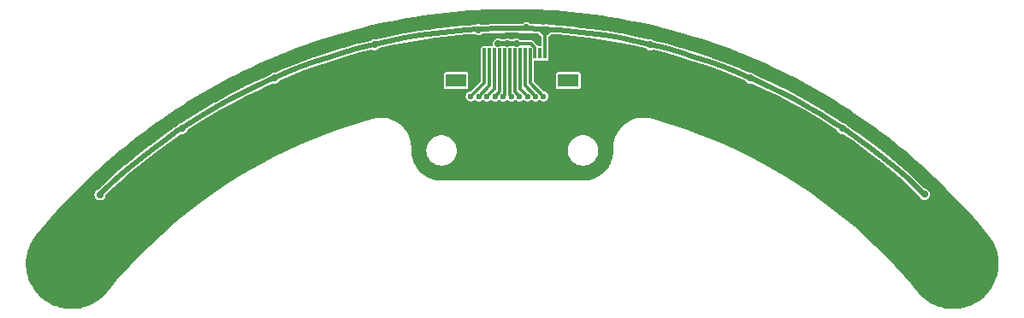
<source format=gbr>
%TF.GenerationSoftware,KiCad,Pcbnew,7.0.6*%
%TF.CreationDate,2023-07-09T17:07:21+09:00*%
%TF.ProjectId,robotrace_v2_Linesensor,726f626f-7472-4616-9365-5f76325f4c69,rev?*%
%TF.SameCoordinates,Original*%
%TF.FileFunction,Copper,L1,Top*%
%TF.FilePolarity,Positive*%
%FSLAX46Y46*%
G04 Gerber Fmt 4.6, Leading zero omitted, Abs format (unit mm)*
G04 Created by KiCad (PCBNEW 7.0.6) date 2023-07-09 17:07:21*
%MOMM*%
%LPD*%
G01*
G04 APERTURE LIST*
%TA.AperFunction,SMDPad,CuDef*%
%ADD10R,0.300000X1.000000*%
%TD*%
%TA.AperFunction,SMDPad,CuDef*%
%ADD11R,2.000000X1.300000*%
%TD*%
%TA.AperFunction,ViaPad*%
%ADD12C,0.700000*%
%TD*%
%TA.AperFunction,ViaPad*%
%ADD13C,0.600000*%
%TD*%
%TA.AperFunction,Conductor*%
%ADD14C,0.300000*%
%TD*%
%TA.AperFunction,Conductor*%
%ADD15C,0.500000*%
%TD*%
G04 APERTURE END LIST*
D10*
%TO.P,J1,1,Pin_1*%
%TO.N,GND1*%
X-3250000Y56450000D03*
%TO.P,J1,2,Pin_2*%
%TO.N,Net-(J1-Pin_2)*%
X-2750000Y56450000D03*
%TO.P,J1,3,Pin_3*%
%TO.N,Net-(J1-Pin_3)*%
X-2250000Y56450000D03*
%TO.P,J1,4,Pin_4*%
%TO.N,Net-(J1-Pin_4)*%
X-1750000Y56450000D03*
%TO.P,J1,5,Pin_5*%
%TO.N,Net-(J1-Pin_5)*%
X-1250000Y56450000D03*
%TO.P,J1,6,Pin_6*%
%TO.N,Net-(J1-Pin_6)*%
X-750000Y56450000D03*
%TO.P,J1,7,Pin_7*%
%TO.N,Net-(J1-Pin_7)*%
X-250000Y56450000D03*
%TO.P,J1,8,Pin_8*%
%TO.N,Net-(J1-Pin_8)*%
X250000Y56450000D03*
%TO.P,J1,9,Pin_9*%
%TO.N,Net-(J1-Pin_9)*%
X750000Y56450000D03*
%TO.P,J1,10,Pin_10*%
%TO.N,Net-(J1-Pin_10)*%
X1250000Y56450000D03*
%TO.P,J1,11,Pin_11*%
%TO.N,Net-(J1-Pin_11)*%
X1750000Y56450000D03*
%TO.P,J1,12,Pin_12*%
%TO.N,Net-(D1-K)*%
X2250000Y56450000D03*
%TO.P,J1,13,Pin_13*%
%TO.N,unconnected-(J1-Pin_13-Pad13)*%
X2750000Y56450000D03*
%TO.P,J1,14,Pin_14*%
%TO.N,+3V3*%
X3250000Y56450000D03*
D11*
%TO.P,J1,MP*%
%TO.N,N/C*%
X-5550000Y53750000D03*
X5550000Y53750000D03*
%TD*%
D12*
%TO.N,+3V3*%
X-40800000Y42450000D03*
X-32700000Y49000000D03*
X-23550000Y54000000D03*
X-13650000Y57300000D03*
X-3350000Y58800000D03*
X40800000Y42500000D03*
X32700000Y49000000D03*
X23550000Y54000000D03*
X13650000Y57300000D03*
X3350000Y58800000D03*
X1400000Y59000000D03*
%TO.N,GND1*%
X1500000Y48900000D03*
X-1500000Y48900000D03*
X-500000Y49900000D03*
X1500000Y49900000D03*
X-1500000Y49900000D03*
X500000Y48900000D03*
X-500000Y48900000D03*
X500000Y49900000D03*
%TO.N,Net-(D1-K)*%
X400000Y57400000D03*
X-500000Y57400000D03*
X-1400000Y57400000D03*
D13*
%TO.N,Net-(J1-Pin_2)*%
X-4100000Y52200000D03*
%TO.N,Net-(J1-Pin_3)*%
X-3300000Y52200000D03*
%TO.N,Net-(J1-Pin_4)*%
X-2500000Y52200000D03*
%TO.N,Net-(J1-Pin_5)*%
X-1700000Y52200000D03*
%TO.N,Net-(J1-Pin_6)*%
X-900000Y52200000D03*
%TO.N,Net-(J1-Pin_7)*%
X-100000Y52200000D03*
%TO.N,Net-(J1-Pin_8)*%
X700000Y52200000D03*
%TO.N,Net-(J1-Pin_9)*%
X1500000Y52200000D03*
%TO.N,Net-(J1-Pin_10)*%
X2300000Y52200000D03*
%TO.N,Net-(J1-Pin_11)*%
X3100000Y52200000D03*
%TD*%
D14*
%TO.N,+3V3*%
X3250000Y58269891D02*
X3800000Y58819891D01*
X3250000Y58235925D02*
X3250000Y58269891D01*
D15*
X3800000Y58819891D02*
X4586813Y58768748D01*
X3396142Y58846142D02*
X3800000Y58819891D01*
D14*
X3250000Y58235925D02*
X2600000Y58885925D01*
D15*
X1530321Y58927605D02*
X2600000Y58885925D01*
D14*
X3250000Y58200000D02*
X3250000Y58700000D01*
X3250000Y58200000D02*
X3250000Y58235925D01*
X3250000Y56450000D02*
X3250000Y58200000D01*
D15*
X2600000Y58885925D02*
X3059613Y58868016D01*
D14*
X3250000Y58700000D02*
X3350000Y58800000D01*
D15*
X3297443Y58852557D02*
X3350000Y58800000D01*
X0Y58947473D02*
X1530321Y58927605D01*
X-1530321Y58927605D02*
X0Y58947473D01*
X-3059613Y58868016D02*
X-1530321Y58927605D01*
X-3297443Y58852557D02*
X-3059613Y58868016D01*
X-3350000Y58800000D02*
X-3297443Y58852557D01*
X3059613Y58868016D02*
X3297443Y58852557D01*
X-23487607Y54062393D02*
X-23550000Y54000000D01*
X-22381375Y54533280D02*
X-23487607Y54062393D01*
X-20958095Y55095941D02*
X-22381375Y54533280D01*
X-18070167Y56109479D02*
X-19520686Y55621465D01*
X-16607418Y56559686D02*
X-18070167Y56109479D01*
X-15133470Y56971770D02*
X-16607418Y56559686D01*
X-19520686Y55621465D02*
X-20958095Y55095941D01*
X-13650000Y57300000D02*
X-13686172Y57336172D01*
X-13686172Y57336172D02*
X-15133470Y56971770D01*
X-32580128Y49119872D02*
X-32700000Y49000000D01*
X-31869393Y49589781D02*
X-32580128Y49119872D01*
X-30571292Y50400404D02*
X-31869393Y49589781D01*
X-26556859Y52626398D02*
X-27914088Y51919247D01*
X-25181666Y53298107D02*
X-26556859Y52626398D01*
X-23789528Y53933875D02*
X-25181666Y53298107D01*
X-29252555Y51177070D02*
X-30571292Y50400404D01*
X-23575135Y54025135D02*
X-23789528Y53933875D01*
X-23550000Y54000000D02*
X-23575135Y54025135D01*
X-27914088Y51919247D02*
X-29252555Y51177070D01*
X-40800000Y42539226D02*
X-40800000Y42450000D01*
X-40307669Y43012747D02*
X-40800000Y42539226D01*
X-39177461Y44044649D02*
X-40307669Y43012747D01*
X-36838578Y46018733D02*
X-38020799Y45046903D01*
X-32761434Y49000000D02*
X-33146073Y48745692D01*
X-33146073Y48745692D02*
X-34400323Y47868804D01*
X-34400323Y47868804D02*
X-35631468Y46959589D01*
X-32700000Y49000000D02*
X-32761434Y49000000D01*
X-35631468Y46959589D02*
X-36838578Y46018733D01*
X-38020799Y45046903D02*
X-39177461Y44044649D01*
X23487607Y54062393D02*
X23550000Y54000000D01*
X19520686Y55621465D02*
X20958095Y55095941D01*
X18070167Y56109479D02*
X19520686Y55621465D01*
X16607418Y56559686D02*
X18070167Y56109479D01*
X15133470Y56971770D02*
X16607418Y56559686D01*
X20958095Y55095941D02*
X22381375Y54533280D01*
X13686172Y57336172D02*
X15133470Y56971770D01*
X13650000Y57300000D02*
X13686172Y57336172D01*
X22381375Y54533280D02*
X23487607Y54062393D01*
X32580128Y49119872D02*
X32700000Y49000000D01*
X31869393Y49589781D02*
X32580128Y49119872D01*
X30571292Y50400404D02*
X31869393Y49589781D01*
X27914088Y51919247D02*
X29252555Y51177070D01*
X29252555Y51177070D02*
X30571292Y50400404D01*
X25181666Y53298107D02*
X26556859Y52626398D01*
X23789528Y53933875D02*
X25181666Y53298107D01*
X23616125Y53933875D02*
X23789528Y53933875D01*
X26556859Y52626398D02*
X27914088Y51919247D01*
X23550000Y54000000D02*
X23616125Y53933875D01*
X40722110Y42500000D02*
X40800000Y42500000D01*
X39177461Y44044649D02*
X40722110Y42500000D01*
X36838578Y46018733D02*
X38020799Y45046903D01*
X34400323Y47868804D02*
X35631468Y46959589D01*
X38020799Y45046903D02*
X39177461Y44044649D01*
X32761434Y49000000D02*
X33146073Y48745692D01*
X33146073Y48745692D02*
X34400323Y47868804D01*
X32700000Y49000000D02*
X32761434Y49000000D01*
X35631468Y46959589D02*
X36838578Y46018733D01*
X13591602Y57358398D02*
X13650000Y57300000D01*
X4586813Y58768748D02*
X6110936Y58629865D01*
X6110936Y58629865D02*
X7630999Y58451453D01*
X10654507Y57976599D02*
X12156077Y57680451D01*
X12156077Y57680451D02*
X13591602Y57358398D01*
X3350000Y58800000D02*
X3396142Y58846142D01*
X7630999Y58451453D02*
X9145816Y58233656D01*
X9145816Y58233656D02*
X10654507Y57976599D01*
X-13591602Y57358398D02*
X-13650000Y57300000D01*
X-10654507Y57976599D02*
X-12156077Y57680451D01*
X-7630999Y58451453D02*
X-9145816Y58233656D01*
X-6110936Y58629865D02*
X-7630999Y58451453D01*
X-4586813Y58768748D02*
X-6110936Y58629865D01*
X-3396142Y58846142D02*
X-4586813Y58768748D01*
X-9145816Y58233656D02*
X-10654507Y57976599D01*
X-3350000Y58800000D02*
X-3396142Y58846142D01*
X-12156077Y57680451D02*
X-13591602Y57358398D01*
D14*
%TO.N,GND1*%
X-3250000Y56450000D02*
X-5750000Y56450000D01*
X-7400000Y52800000D02*
X-4500000Y49900000D01*
D15*
X-1500000Y49900000D02*
X1500000Y49900000D01*
X1500000Y48900000D02*
X1500000Y49900000D01*
D14*
X-4500000Y49900000D02*
X-1500000Y49900000D01*
X-7400000Y54800000D02*
X-7400000Y52800000D01*
D15*
X-1500000Y48900000D02*
X1500000Y48900000D01*
D14*
X-5750000Y56450000D02*
X-7400000Y54800000D01*
%TO.N,Net-(D1-K)*%
X1875000Y57400000D02*
X400000Y57400000D01*
D15*
X-1400000Y57400000D02*
X400000Y57400000D01*
D14*
X2250000Y57025000D02*
X1875000Y57400000D01*
X2250000Y56450000D02*
X2250000Y57025000D01*
%TO.N,Net-(J1-Pin_2)*%
X-4100000Y52200000D02*
X-2750000Y53550000D01*
X-2750000Y53550000D02*
X-2750000Y56450000D01*
%TO.N,Net-(J1-Pin_3)*%
X-2250000Y53250000D02*
X-2250000Y56450000D01*
X-3300000Y52200000D02*
X-2250000Y53250000D01*
%TO.N,Net-(J1-Pin_4)*%
X-2500000Y52200000D02*
X-1750000Y52950000D01*
X-1750000Y52950000D02*
X-1750000Y56450000D01*
%TO.N,Net-(J1-Pin_5)*%
X-1700000Y52200000D02*
X-1250000Y52650000D01*
X-1250000Y52650000D02*
X-1250000Y56450000D01*
%TO.N,Net-(J1-Pin_6)*%
X-900000Y52200000D02*
X-750000Y52350000D01*
X-750000Y52350000D02*
X-750000Y56450000D01*
%TO.N,Net-(J1-Pin_7)*%
X-100000Y52200000D02*
X-250000Y52350000D01*
X-250000Y52350000D02*
X-250000Y56450000D01*
%TO.N,Net-(J1-Pin_8)*%
X700000Y52200000D02*
X250000Y52650000D01*
X250000Y52650000D02*
X250000Y56450000D01*
%TO.N,Net-(J1-Pin_9)*%
X1500000Y52200000D02*
X750000Y52950000D01*
X750000Y52950000D02*
X750000Y56450000D01*
%TO.N,Net-(J1-Pin_10)*%
X1250000Y53250000D02*
X1250000Y56450000D01*
X2300000Y52200000D02*
X1250000Y53250000D01*
%TO.N,Net-(J1-Pin_11)*%
X3100000Y52200000D02*
X1750000Y53550000D01*
X1750000Y53550000D02*
X1750000Y56450000D01*
%TD*%
%TA.AperFunction,Conductor*%
%TO.N,GND1*%
G36*
X1193583Y60829630D02*
G01*
X1906856Y60811310D01*
X2743281Y60779535D01*
X3455644Y60742916D01*
X4291191Y60689969D01*
X5002125Y60635090D01*
X5836369Y60560985D01*
X6545291Y60487907D01*
X7377791Y60392665D01*
X8084156Y60301466D01*
X8914429Y60185120D01*
X9617710Y60075892D01*
X10445342Y59938474D01*
X11144922Y59811345D01*
X11969454Y59652900D01*
X12664808Y59508002D01*
X13485886Y59328559D01*
X14176358Y59166073D01*
X14993529Y58965685D01*
X15678623Y58785780D01*
X16491487Y58564495D01*
X17170596Y58367388D01*
X17978725Y58125261D01*
X18651289Y57911184D01*
X19454329Y57648255D01*
X20119695Y57417491D01*
X20917348Y57133779D01*
X21574791Y56886675D01*
X22366779Y56582184D01*
X23015793Y56319037D01*
X23801692Y55993823D01*
X24441623Y55715018D01*
X25221137Y55369086D01*
X25851400Y55075014D01*
X26624224Y54708364D01*
X27244018Y54399555D01*
X28010073Y54012067D01*
X28618567Y53689126D01*
X29377718Y53280678D01*
X29974243Y52944180D01*
X30726257Y52514682D01*
X31310004Y52165336D01*
X32054889Y51714531D01*
X32624786Y51353282D01*
X33362688Y50880781D01*
X33917755Y50508616D01*
X34648816Y50013966D01*
X35187824Y49632148D01*
X35912455Y49114636D01*
X36433857Y48724804D01*
X37152766Y48183387D01*
X37654680Y47787634D01*
X38368960Y47220811D01*
X38848993Y46821900D01*
X39560206Y46227562D01*
X40015056Y45829398D01*
X40725774Y45204253D01*
X41150364Y44812871D01*
X41864897Y44151551D01*
X42251081Y43776778D01*
X42976818Y43070156D01*
X43310073Y42729702D01*
X44060818Y41960767D01*
X44309357Y41693461D01*
X45116217Y40824077D01*
X45185024Y40746154D01*
X46136538Y39667390D01*
X47124592Y38488335D01*
X47126853Y38485469D01*
X47338585Y38200271D01*
X47372282Y38154747D01*
X47375429Y38150065D01*
X47511654Y37925986D01*
X47591102Y37794053D01*
X47593714Y37789248D01*
X47700177Y37570991D01*
X47775173Y37414469D01*
X47777255Y37409601D01*
X47860218Y37190145D01*
X47922879Y37019345D01*
X47924443Y37014468D01*
X47985626Y36792557D01*
X48032920Y36612182D01*
X48033983Y36607350D01*
X48073950Y36383435D01*
X48104353Y36196495D01*
X48104938Y36191757D01*
X48123912Y35967021D01*
X48136544Y35775987D01*
X48136677Y35771388D01*
X48134845Y35547194D01*
X48129219Y35354350D01*
X48128932Y35349939D01*
X48120934Y35270684D01*
X48106515Y35127793D01*
X48082449Y34935294D01*
X48081777Y34931094D01*
X48039098Y34712666D01*
X47996647Y34522443D01*
X47995627Y34518492D01*
X47933130Y34305466D01*
X47872581Y34119503D01*
X47871255Y34115829D01*
X47789501Y33909806D01*
X47711348Y33729975D01*
X47709758Y33726599D01*
X47609472Y33529253D01*
X47514354Y33357261D01*
X47512543Y33354198D01*
X47394583Y33167116D01*
X47283368Y33004680D01*
X47281380Y33001940D01*
X47146712Y32826607D01*
X47119800Y32794366D01*
X47020414Y32675303D01*
X47018292Y32672891D01*
X46868037Y32510748D01*
X46727758Y32371967D01*
X46725566Y32369903D01*
X46562042Y32223259D01*
X46559890Y32221417D01*
X46408082Y32097437D01*
X46405833Y32095685D01*
X46229446Y31964732D01*
X46227000Y31963008D01*
X46194218Y31941076D01*
X46063012Y31853297D01*
X45874143Y31738476D01*
X45871369Y31736886D01*
X45697842Y31643338D01*
X45499123Y31546405D01*
X45496106Y31545033D01*
X45319185Y31470392D01*
X45314686Y31468494D01*
X45107759Y31390266D01*
X45104485Y31389135D01*
X44916920Y31330283D01*
X44703513Y31271443D01*
X44699934Y31270571D01*
X44597526Y31248868D01*
X44508055Y31229907D01*
X44289854Y31190959D01*
X44286006Y31190396D01*
X44104100Y31169635D01*
X44091722Y31168223D01*
X43870416Y31149536D01*
X43866416Y31149331D01*
X43671557Y31145738D01*
X43448973Y31147554D01*
X43444758Y31147734D01*
X43251321Y31162611D01*
X43029158Y31185028D01*
X43024803Y31185624D01*
X42834714Y31218638D01*
X42614635Y31261639D01*
X42610198Y31262678D01*
X42425557Y31313214D01*
X42209063Y31376726D01*
X42204604Y31378223D01*
X42027492Y31445366D01*
X41816012Y31529284D01*
X41811593Y31531246D01*
X41644291Y31613628D01*
X41439022Y31717938D01*
X41434579Y31720431D01*
X41279836Y31815892D01*
X41081253Y31941103D01*
X41076938Y31944089D01*
X40938571Y32048831D01*
X40913888Y32067789D01*
X40745925Y32196793D01*
X40741792Y32200267D01*
X40628501Y32304368D01*
X40436000Y32482754D01*
X40432069Y32486743D01*
X40394169Y32528886D01*
X40156828Y32793542D01*
X40154964Y32795720D01*
X39716226Y33332960D01*
X39192799Y33939913D01*
X39174108Y33962155D01*
X39172712Y33963206D01*
X38808493Y34385545D01*
X37872873Y35413421D01*
X36910037Y36415849D01*
X35920678Y37392109D01*
X34905507Y38341499D01*
X33865253Y39263337D01*
X32800663Y40156960D01*
X31712503Y41021727D01*
X30601555Y41857016D01*
X29468617Y42662227D01*
X28314502Y43436781D01*
X27140041Y44180122D01*
X25946077Y44891715D01*
X24733469Y45571049D01*
X23503087Y46217636D01*
X23435741Y46250755D01*
X22255816Y46831012D01*
X20992553Y47410735D01*
X19714204Y47956388D01*
X18421688Y48467581D01*
X17115935Y48943945D01*
X15797883Y49385139D01*
X15264463Y49547926D01*
X15263347Y49548661D01*
X15235136Y49556877D01*
X14468478Y49790844D01*
X13867756Y49956691D01*
X13867721Y49956713D01*
X13832167Y49966523D01*
X13798574Y49975799D01*
X13798575Y49975800D01*
X13641884Y50019072D01*
X13451565Y50050012D01*
X13448522Y50050587D01*
X13372056Y50067037D01*
X13353116Y50066017D01*
X13320983Y50071241D01*
X13320972Y50071241D01*
X13320968Y50071242D01*
X13100196Y50082934D01*
X13032053Y50089557D01*
X13018237Y50087274D01*
X12999663Y50088258D01*
X12996326Y50088435D01*
X12996325Y50088434D01*
X12996324Y50088435D01*
X12762084Y50075459D01*
X12742815Y50074392D01*
X12691485Y50073461D01*
X12682998Y50071079D01*
X12671725Y50070454D01*
X12671722Y50070453D01*
X12671708Y50070453D01*
X12378994Y50022137D01*
X12354765Y50018892D01*
X12354125Y50018634D01*
X12354215Y50018232D01*
X12351804Y50017698D01*
X12351598Y50017615D01*
X12350935Y50017506D01*
X12037759Y49930214D01*
X11735848Y49809598D01*
X11448734Y49657070D01*
X11179780Y49474416D01*
X10932133Y49263775D01*
X10881988Y49210774D01*
X10708699Y49027618D01*
X10708695Y49027613D01*
X10708693Y49027611D01*
X10657823Y48960621D01*
X10512078Y48768695D01*
X10344579Y48490040D01*
X10344295Y48489425D01*
X10344188Y48489303D01*
X10343009Y48487076D01*
X10342492Y48487349D01*
X10332649Y48464231D01*
X10208176Y48194942D01*
X10208172Y48194933D01*
X10208171Y48194930D01*
X10205781Y48187830D01*
X10204555Y48184189D01*
X10200524Y48178426D01*
X10185422Y48127357D01*
X10104441Y47886806D01*
X10099726Y47865364D01*
X10094359Y47855589D01*
X10082092Y47785187D01*
X10034610Y47569285D01*
X10034608Y47569273D01*
X10031091Y47536902D01*
X10025301Y47522969D01*
X10020571Y47440816D01*
X10020310Y47437683D01*
X9999492Y47246085D01*
X9999491Y47246065D01*
X9999500Y47083514D01*
X9999500Y46846861D01*
X9999415Y46843617D01*
X9994445Y46748780D01*
X9992515Y46711960D01*
X9982195Y46528215D01*
X9981529Y46521988D01*
X9957401Y46369654D01*
X9929775Y46207067D01*
X9928538Y46201404D01*
X9887588Y46048572D01*
X9842912Y45893502D01*
X9841217Y45888445D01*
X9783878Y45739072D01*
X9722646Y45591244D01*
X9720607Y45586821D01*
X9647491Y45443323D01*
X9570358Y45303760D01*
X9568098Y45299994D01*
X9540438Y45257401D01*
X9480026Y45164377D01*
X9387859Y45034479D01*
X9385476Y45031338D01*
X9284377Y44906492D01*
X9282424Y44904196D01*
X9177275Y44786533D01*
X9174885Y44784006D01*
X9061237Y44670356D01*
X9058709Y44667966D01*
X8941036Y44562808D01*
X8938746Y44560859D01*
X8813874Y44459740D01*
X8810767Y44457384D01*
X8680876Y44365221D01*
X8545215Y44277122D01*
X8541488Y44274886D01*
X8401923Y44197751D01*
X8258411Y44124628D01*
X8254011Y44122599D01*
X8106196Y44061372D01*
X7956772Y44004014D01*
X7951723Y44002322D01*
X7863624Y43976940D01*
X7796693Y43957658D01*
X7643811Y43916693D01*
X7638194Y43915466D01*
X7475635Y43887846D01*
X7323212Y43863705D01*
X7317025Y43863043D01*
X7133748Y43852749D01*
X7013130Y43846428D01*
X7001583Y43845823D01*
X6998337Y43845738D01*
X-6998378Y43845738D01*
X-7001619Y43845822D01*
X-7133628Y43852741D01*
X-7317027Y43863041D01*
X-7323212Y43863703D01*
X-7475647Y43887846D01*
X-7638194Y43915464D01*
X-7643816Y43916692D01*
X-7796706Y43957659D01*
X-7951718Y44002318D01*
X-7956757Y44004006D01*
X-8106198Y44061372D01*
X-8254007Y44122597D01*
X-8258418Y44124631D01*
X-8401911Y44197744D01*
X-8490931Y44246943D01*
X-8541480Y44274880D01*
X-8545236Y44277134D01*
X-8680861Y44365210D01*
X-8810765Y44457382D01*
X-8813905Y44459764D01*
X-8830385Y44473109D01*
X-8938760Y44560869D01*
X-8941024Y44562796D01*
X-9058721Y44667976D01*
X-9061248Y44670366D01*
X-9174870Y44783988D01*
X-9177260Y44786515D01*
X-9282440Y44904212D01*
X-9284380Y44906492D01*
X-9385478Y45031338D01*
X-9387854Y45034471D01*
X-9480027Y45164376D01*
X-9568090Y45299980D01*
X-9570357Y45303758D01*
X-9647493Y45443326D01*
X-9720605Y45586818D01*
X-9722644Y45591240D01*
X-9783870Y45739051D01*
X-9841223Y45888460D01*
X-9842918Y45893517D01*
X-9887579Y46048534D01*
X-9928541Y46201409D01*
X-9929778Y46207073D01*
X-9957394Y46369607D01*
X-9981530Y46521996D01*
X-9982196Y46528223D01*
X-9992509Y46711855D01*
X-9999415Y46843615D01*
X-9999457Y46845232D01*
X-8505643Y46845232D01*
X-8503709Y46821900D01*
X-8497968Y46752611D01*
X-8497650Y46748780D01*
X-8497438Y46743657D01*
X-8497438Y46730782D01*
X-8498724Y46726401D01*
X-8498059Y46718377D01*
X-8495855Y46711670D01*
X-8493734Y46698961D01*
X-8493102Y46693901D01*
X-8485108Y46597417D01*
X-8461344Y46503577D01*
X-8460296Y46498579D01*
X-8458175Y46485866D01*
X-8458721Y46481340D01*
X-8456743Y46473525D01*
X-8453466Y46467275D01*
X-8453465Y46467271D01*
X-8449286Y46455098D01*
X-8447830Y46450214D01*
X-8427430Y46369654D01*
X-8424062Y46356354D01*
X-8385184Y46267723D01*
X-8383326Y46262963D01*
X-8379603Y46252117D01*
X-8379133Y46250747D01*
X-8378927Y46246191D01*
X-8375699Y46238830D01*
X-8371435Y46233200D01*
X-8365298Y46221859D01*
X-8363052Y46217267D01*
X-8358578Y46207067D01*
X-8324173Y46128630D01*
X-8271231Y46047596D01*
X-8268618Y46043211D01*
X-8262477Y46031864D01*
X-8261524Y46027405D01*
X-8257122Y46020666D01*
X-8251994Y46015819D01*
X-8244081Y46005653D01*
X-8241102Y46001481D01*
X-8188163Y45920452D01*
X-8122606Y45849237D01*
X-8119291Y45845323D01*
X-8111384Y45835164D01*
X-8109711Y45830923D01*
X-8104253Y45824995D01*
X-8098398Y45821058D01*
X-8088918Y45812330D01*
X-8085294Y45808706D01*
X-8019744Y45737500D01*
X-8019741Y45737498D01*
X-7943378Y45678061D01*
X-7939462Y45674745D01*
X-7929970Y45666005D01*
X-7927624Y45662101D01*
X-7921278Y45657161D01*
X-7914842Y45654236D01*
X-7904063Y45647193D01*
X-7899897Y45644219D01*
X-7875502Y45625232D01*
X-7823505Y45584761D01*
X-7823503Y45584760D01*
X-7774906Y45558461D01*
X-7738388Y45538699D01*
X-7733985Y45536075D01*
X-7723190Y45529022D01*
X-7720227Y45525551D01*
X-7713156Y45521724D01*
X-7706332Y45519899D01*
X-7694528Y45514721D01*
X-7689925Y45512471D01*
X-7604816Y45466413D01*
X-7604810Y45466410D01*
X-7604804Y45466408D01*
X-7604802Y45466407D01*
X-7513258Y45434980D01*
X-7508480Y45433115D01*
X-7496690Y45427943D01*
X-7493199Y45425009D01*
X-7485599Y45422400D01*
X-7478587Y45421726D01*
X-7475140Y45420853D01*
X-7466071Y45418556D01*
X-7461165Y45417095D01*
X-7369614Y45385667D01*
X-7274141Y45369734D01*
X-7269128Y45368683D01*
X-7256648Y45365524D01*
X-7252715Y45363200D01*
X-7244768Y45361874D01*
X-7237719Y45362365D01*
X-7224888Y45361301D01*
X-7219804Y45360668D01*
X-7124336Y45344738D01*
X-7027541Y45344738D01*
X-7022428Y45344526D01*
X-7011122Y45343589D01*
X-7009583Y45343462D01*
X-7005328Y45341820D01*
X-6997281Y45341820D01*
X-6990417Y45343462D01*
X-6988877Y45343589D01*
X-6977571Y45344526D01*
X-6972459Y45344738D01*
X-6875665Y45344738D01*
X-6780194Y45360668D01*
X-6775109Y45361302D01*
X-6762277Y45362365D01*
X-6757806Y45361445D01*
X-6749862Y45362770D01*
X-6743355Y45365523D01*
X-6730872Y45368683D01*
X-6725857Y45369735D01*
X-6630383Y45385667D01*
X-6538835Y45417094D01*
X-6533929Y45418555D01*
X-6521450Y45421716D01*
X-6516890Y45421545D01*
X-6509261Y45424163D01*
X-6503304Y45427945D01*
X-6491515Y45433117D01*
X-6486740Y45434980D01*
X-6395194Y45466408D01*
X-6395183Y45466413D01*
X-6310084Y45512466D01*
X-6305479Y45514717D01*
X-6293662Y45519901D01*
X-6289135Y45520482D01*
X-6282061Y45524310D01*
X-6276804Y45529024D01*
X-6266009Y45536077D01*
X-6261607Y45538699D01*
X-6176493Y45584762D01*
X-6176489Y45584765D01*
X-6100106Y45644215D01*
X-6095936Y45647193D01*
X-6085789Y45653823D01*
X-6085118Y45654261D01*
X-6080759Y45655574D01*
X-6074428Y45660502D01*
X-6070025Y45666009D01*
X-6060532Y45674748D01*
X-6056620Y45678062D01*
X-5980255Y45737500D01*
X-5914696Y45808715D01*
X-5911071Y45812340D01*
X-5901596Y45821062D01*
X-5897509Y45823078D01*
X-5892057Y45829000D01*
X-5888626Y45835149D01*
X-5885211Y45839537D01*
X-5880688Y45845346D01*
X-5877386Y45849243D01*
X-5811836Y45920453D01*
X-5758900Y46001475D01*
X-5755922Y46005646D01*
X-5748004Y46015819D01*
X-5744304Y46018481D01*
X-5739900Y46025222D01*
X-5737520Y46031869D01*
X-5731387Y46043200D01*
X-5728764Y46047602D01*
X-5675828Y46128628D01*
X-5636953Y46217252D01*
X-5634705Y46221850D01*
X-5629202Y46232022D01*
X-5628545Y46233235D01*
X-5625338Y46236464D01*
X-5622116Y46243809D01*
X-5620863Y46250755D01*
X-5616674Y46262955D01*
X-5614811Y46267731D01*
X-5577276Y46353304D01*
X-5575937Y46356357D01*
X-5575432Y46358351D01*
X-5552177Y46450178D01*
X-5550715Y46455089D01*
X-5546533Y46467271D01*
X-5543896Y46470993D01*
X-5541917Y46478808D01*
X-5541825Y46485860D01*
X-5539707Y46498557D01*
X-5538654Y46503577D01*
X-5514891Y46597416D01*
X-5514891Y46597421D01*
X-5506899Y46693868D01*
X-5506265Y46698955D01*
X-5501489Y46727572D01*
X-5502310Y46733313D01*
X-5501911Y46752611D01*
X-5501712Y46756450D01*
X-5494357Y46845232D01*
X5494357Y46845232D01*
X5496291Y46821900D01*
X5502032Y46752611D01*
X5502350Y46748780D01*
X5502562Y46743657D01*
X5502562Y46730780D01*
X5501275Y46726398D01*
X5501940Y46718367D01*
X5504143Y46711666D01*
X5506264Y46698957D01*
X5506899Y46693869D01*
X5514891Y46597421D01*
X5514891Y46597416D01*
X5538654Y46503577D01*
X5539707Y46498557D01*
X5541825Y46485860D01*
X5541277Y46481334D01*
X5543256Y46473521D01*
X5546533Y46467271D01*
X5550715Y46455089D01*
X5552177Y46450178D01*
X5575432Y46358351D01*
X5575937Y46356357D01*
X5577276Y46353304D01*
X5614811Y46267731D01*
X5616674Y46262955D01*
X5620863Y46250755D01*
X5621068Y46246197D01*
X5624292Y46238848D01*
X5628545Y46233235D01*
X5629202Y46232022D01*
X5634705Y46221850D01*
X5636953Y46217252D01*
X5675828Y46128628D01*
X5728764Y46047602D01*
X5731387Y46043200D01*
X5737520Y46031869D01*
X5738473Y46027406D01*
X5742879Y46020662D01*
X5748004Y46015819D01*
X5755922Y46005646D01*
X5758900Y46001475D01*
X5811836Y45920453D01*
X5877386Y45849243D01*
X5880688Y45845346D01*
X5885211Y45839537D01*
X5888626Y45835149D01*
X5890295Y45830915D01*
X5895743Y45824996D01*
X5901596Y45821062D01*
X5911071Y45812340D01*
X5914696Y45808715D01*
X5980255Y45737500D01*
X6056620Y45678062D01*
X6060532Y45674748D01*
X6070025Y45666009D01*
X6072372Y45662102D01*
X6078704Y45657174D01*
X6085118Y45654261D01*
X6085789Y45653823D01*
X6095936Y45647193D01*
X6100106Y45644215D01*
X6176489Y45584765D01*
X6176493Y45584762D01*
X6261607Y45538699D01*
X6266009Y45536077D01*
X6276804Y45529024D01*
X6279766Y45525552D01*
X6286840Y45521724D01*
X6293662Y45519901D01*
X6305479Y45514717D01*
X6310084Y45512466D01*
X6395183Y45466413D01*
X6395194Y45466408D01*
X6486740Y45434980D01*
X6491515Y45433117D01*
X6503304Y45427945D01*
X6506795Y45425010D01*
X6514425Y45422391D01*
X6521450Y45421716D01*
X6533929Y45418555D01*
X6538835Y45417094D01*
X6630383Y45385667D01*
X6725857Y45369735D01*
X6730872Y45368683D01*
X6743355Y45365523D01*
X6747286Y45363200D01*
X6755236Y45361874D01*
X6762277Y45362365D01*
X6775109Y45361302D01*
X6780194Y45360668D01*
X6875665Y45344738D01*
X6972459Y45344738D01*
X6977571Y45344526D01*
X6988877Y45343589D01*
X6990417Y45343462D01*
X6994672Y45341820D01*
X7002723Y45341820D01*
X7009583Y45343462D01*
X7011122Y45343589D01*
X7022428Y45344526D01*
X7027541Y45344738D01*
X7124336Y45344738D01*
X7219804Y45360668D01*
X7224888Y45361301D01*
X7237719Y45362365D01*
X7242191Y45361444D01*
X7250143Y45362771D01*
X7256648Y45365524D01*
X7269128Y45368683D01*
X7274141Y45369734D01*
X7369614Y45385667D01*
X7461165Y45417095D01*
X7466071Y45418556D01*
X7475140Y45420853D01*
X7478587Y45421726D01*
X7483134Y45421553D01*
X7490738Y45424164D01*
X7496690Y45427943D01*
X7508480Y45433115D01*
X7513258Y45434980D01*
X7604802Y45466407D01*
X7604804Y45466408D01*
X7604810Y45466410D01*
X7604816Y45466413D01*
X7689925Y45512471D01*
X7694528Y45514721D01*
X7706332Y45519899D01*
X7710858Y45520480D01*
X7717936Y45524311D01*
X7723190Y45529022D01*
X7733985Y45536075D01*
X7738388Y45538699D01*
X7774906Y45558461D01*
X7823503Y45584760D01*
X7823505Y45584761D01*
X7875502Y45625232D01*
X7899897Y45644219D01*
X7904063Y45647193D01*
X7914842Y45654236D01*
X7919215Y45655555D01*
X7925573Y45660504D01*
X7929970Y45666005D01*
X7939462Y45674745D01*
X7943378Y45678061D01*
X8019741Y45737498D01*
X8019744Y45737500D01*
X8085294Y45808706D01*
X8088918Y45812330D01*
X8098398Y45821058D01*
X8102487Y45823076D01*
X8107949Y45829009D01*
X8111384Y45835164D01*
X8119291Y45845323D01*
X8122606Y45849237D01*
X8188163Y45920452D01*
X8241102Y46001481D01*
X8244081Y46005653D01*
X8251994Y46015819D01*
X8255695Y46018482D01*
X8260100Y46025225D01*
X8262475Y46031861D01*
X8268618Y46043211D01*
X8271231Y46047596D01*
X8324173Y46128630D01*
X8358578Y46207067D01*
X8363052Y46217267D01*
X8365298Y46221859D01*
X8371435Y46233200D01*
X8374650Y46236440D01*
X8377881Y46243806D01*
X8379133Y46250747D01*
X8379603Y46252117D01*
X8383326Y46262963D01*
X8385184Y46267723D01*
X8424062Y46356354D01*
X8427430Y46369654D01*
X8447830Y46450214D01*
X8449286Y46455098D01*
X8453465Y46467271D01*
X8453466Y46467273D01*
X8456102Y46470994D01*
X8458082Y46478816D01*
X8458175Y46485866D01*
X8460296Y46498579D01*
X8461344Y46503577D01*
X8485108Y46597417D01*
X8493102Y46693898D01*
X8493733Y46698957D01*
X8497438Y46721157D01*
X8497438Y46721160D01*
X8498508Y46727572D01*
X8497688Y46733307D01*
X8498088Y46752648D01*
X8498283Y46756427D01*
X8505643Y46845238D01*
X8498283Y46934052D01*
X8498088Y46937823D01*
X8497688Y46957163D01*
X8498789Y46961221D01*
X8496540Y46974697D01*
X8493796Y46991141D01*
X8493734Y46991516D01*
X8493103Y46996571D01*
X8485108Y47093059D01*
X8461344Y47186897D01*
X8460299Y47191876D01*
X8458175Y47204607D01*
X8458722Y47209134D01*
X8456742Y47216952D01*
X8453466Y47223201D01*
X8449280Y47235394D01*
X8447824Y47240288D01*
X8438569Y47276834D01*
X8424063Y47334119D01*
X8385170Y47422783D01*
X8383327Y47427511D01*
X8383231Y47427791D01*
X8379136Y47439717D01*
X8378931Y47444274D01*
X8375696Y47451648D01*
X8371436Y47457273D01*
X8365290Y47468629D01*
X8363049Y47473216D01*
X8324173Y47561845D01*
X8271224Y47642888D01*
X8268621Y47647259D01*
X8268611Y47647277D01*
X8262483Y47658600D01*
X8261530Y47663059D01*
X8257123Y47669805D01*
X8252005Y47674641D01*
X8244055Y47684856D01*
X8241124Y47688961D01*
X8188164Y47770023D01*
X8122585Y47841260D01*
X8119315Y47845121D01*
X8111387Y47855308D01*
X8109715Y47859545D01*
X8104251Y47865480D01*
X8098407Y47869409D01*
X8088909Y47878152D01*
X8085313Y47881748D01*
X8019744Y47952976D01*
X7943349Y48012436D01*
X7939462Y48015730D01*
X7929972Y48024466D01*
X7927623Y48028373D01*
X7921280Y48033311D01*
X7914858Y48036229D01*
X7904025Y48043306D01*
X7899935Y48046226D01*
X7823509Y48105712D01*
X7738361Y48151791D01*
X7733999Y48154391D01*
X7723190Y48161453D01*
X7720228Y48164923D01*
X7713158Y48168749D01*
X7706340Y48170572D01*
X7694522Y48175755D01*
X7689970Y48177979D01*
X7604810Y48224066D01*
X7513251Y48255498D01*
X7508501Y48257351D01*
X7496695Y48262529D01*
X7493205Y48265463D01*
X7485585Y48268079D01*
X7478569Y48268753D01*
X7466055Y48271922D01*
X7461198Y48273367D01*
X7369614Y48304809D01*
X7274105Y48320746D01*
X7269158Y48321783D01*
X7256626Y48324956D01*
X7252706Y48327273D01*
X7244766Y48328598D01*
X7237735Y48328108D01*
X7224850Y48329176D01*
X7219854Y48329798D01*
X7124335Y48345738D01*
X7027574Y48345738D01*
X7022453Y48345950D01*
X7009579Y48347016D01*
X7005321Y48348659D01*
X6997292Y48348659D01*
X6990419Y48347015D01*
X6989551Y48346943D01*
X6977556Y48345950D01*
X6972436Y48345738D01*
X6875665Y48345738D01*
X6780187Y48329805D01*
X6775122Y48329174D01*
X6762278Y48328109D01*
X6757811Y48329028D01*
X6749857Y48327701D01*
X6743361Y48324954D01*
X6730861Y48321788D01*
X6725857Y48320740D01*
X6630385Y48304809D01*
X6604307Y48295856D01*
X6538823Y48273375D01*
X6533935Y48271920D01*
X6529378Y48270766D01*
X6521432Y48268755D01*
X6516881Y48268926D01*
X6509259Y48266309D01*
X6503301Y48262528D01*
X6491480Y48257343D01*
X6486767Y48255504D01*
X6395190Y48224066D01*
X6310057Y48177994D01*
X6305483Y48175759D01*
X6293664Y48170574D01*
X6289135Y48169992D01*
X6282069Y48166167D01*
X6276811Y48161454D01*
X6266010Y48154397D01*
X6261634Y48151789D01*
X6176491Y48105712D01*
X6100091Y48046247D01*
X6095938Y48043283D01*
X6093868Y48041931D01*
X6085150Y48036236D01*
X6080784Y48034918D01*
X6074431Y48029973D01*
X6070026Y48024465D01*
X6060539Y48015731D01*
X6056624Y48012416D01*
X5980257Y47952977D01*
X5914703Y47881767D01*
X5911079Y47878142D01*
X5901599Y47869416D01*
X5897512Y47867399D01*
X5892050Y47861465D01*
X5888612Y47855308D01*
X5880706Y47845149D01*
X5877391Y47841236D01*
X5850836Y47812388D01*
X5811836Y47770023D01*
X5784269Y47727828D01*
X5758904Y47689004D01*
X5755927Y47684835D01*
X5749314Y47676337D01*
X5748006Y47674656D01*
X5744301Y47671989D01*
X5739902Y47665256D01*
X5737521Y47658609D01*
X5731389Y47647277D01*
X5728764Y47642872D01*
X5675826Y47561843D01*
X5636949Y47473216D01*
X5634700Y47468615D01*
X5628567Y47457281D01*
X5625351Y47454040D01*
X5622117Y47446668D01*
X5620864Y47439726D01*
X5616675Y47427521D01*
X5614810Y47422741D01*
X5609544Y47410735D01*
X5575937Y47334119D01*
X5575936Y47334115D01*
X5575935Y47334112D01*
X5552177Y47240296D01*
X5550714Y47235383D01*
X5546532Y47223200D01*
X5543895Y47219477D01*
X5541918Y47211671D01*
X5541825Y47204612D01*
X5539707Y47191917D01*
X5538654Y47186897D01*
X5514891Y47093056D01*
X5514891Y47093054D01*
X5506899Y46996605D01*
X5506264Y46991517D01*
X5504143Y46978808D01*
X5502155Y46974704D01*
X5501490Y46966680D01*
X5502562Y46959694D01*
X5502562Y46946817D01*
X5502350Y46941704D01*
X5502029Y46937823D01*
X5494357Y46845242D01*
X5494357Y46845232D01*
X-5494357Y46845232D01*
X-5494357Y46845237D01*
X-5494399Y46845738D01*
X-5494648Y46848759D01*
X-5501712Y46934024D01*
X-5501911Y46937863D01*
X-5502310Y46957161D01*
X-5501208Y46961219D01*
X-5506265Y46991519D01*
X-5506899Y46996606D01*
X-5514891Y47093054D01*
X-5514891Y47093056D01*
X-5538654Y47186897D01*
X-5539707Y47191917D01*
X-5541825Y47204612D01*
X-5541277Y47209140D01*
X-5543256Y47216953D01*
X-5546532Y47223200D01*
X-5550714Y47235383D01*
X-5552177Y47240296D01*
X-5575935Y47334112D01*
X-5575936Y47334115D01*
X-5575937Y47334119D01*
X-5609544Y47410735D01*
X-5614810Y47422741D01*
X-5616675Y47427521D01*
X-5620864Y47439726D01*
X-5621069Y47444278D01*
X-5624304Y47451653D01*
X-5628567Y47457281D01*
X-5634700Y47468615D01*
X-5636949Y47473216D01*
X-5675826Y47561843D01*
X-5728764Y47642872D01*
X-5731389Y47647277D01*
X-5737521Y47658609D01*
X-5738473Y47663069D01*
X-5742877Y47669810D01*
X-5748006Y47674656D01*
X-5749314Y47676337D01*
X-5755927Y47684835D01*
X-5758904Y47689004D01*
X-5784269Y47727828D01*
X-5811836Y47770023D01*
X-5850836Y47812388D01*
X-5877391Y47841236D01*
X-5880706Y47845149D01*
X-5888612Y47855308D01*
X-5890284Y47859546D01*
X-5895752Y47865487D01*
X-5901599Y47869416D01*
X-5911079Y47878142D01*
X-5914703Y47881767D01*
X-5980257Y47952977D01*
X-6056624Y48012416D01*
X-6060539Y48015731D01*
X-6070026Y48024465D01*
X-6072373Y48028371D01*
X-6078730Y48033319D01*
X-6085150Y48036236D01*
X-6093868Y48041931D01*
X-6095938Y48043283D01*
X-6100091Y48046247D01*
X-6176491Y48105712D01*
X-6261634Y48151789D01*
X-6266010Y48154397D01*
X-6276811Y48161454D01*
X-6279772Y48164924D01*
X-6286844Y48168752D01*
X-6293664Y48170574D01*
X-6305483Y48175759D01*
X-6310057Y48177994D01*
X-6395190Y48224066D01*
X-6486767Y48255504D01*
X-6491480Y48257343D01*
X-6503300Y48262528D01*
X-6506791Y48265462D01*
X-6514421Y48268081D01*
X-6521432Y48268755D01*
X-6529378Y48270766D01*
X-6533935Y48271920D01*
X-6538823Y48273375D01*
X-6604307Y48295856D01*
X-6630385Y48304809D01*
X-6725857Y48320740D01*
X-6730861Y48321788D01*
X-6743359Y48324953D01*
X-6747285Y48327272D01*
X-6755240Y48328600D01*
X-6762274Y48328109D01*
X-6775122Y48329174D01*
X-6780187Y48329805D01*
X-6875665Y48345738D01*
X-6972436Y48345738D01*
X-6977556Y48345950D01*
X-6989551Y48346943D01*
X-6990419Y48347015D01*
X-6994680Y48348659D01*
X-7002715Y48348659D01*
X-7009579Y48347016D01*
X-7022453Y48345950D01*
X-7027574Y48345738D01*
X-7124335Y48345738D01*
X-7219854Y48329798D01*
X-7224850Y48329176D01*
X-7237730Y48328109D01*
X-7242193Y48329027D01*
X-7250141Y48327701D01*
X-7256623Y48324957D01*
X-7269158Y48321783D01*
X-7274105Y48320746D01*
X-7369614Y48304809D01*
X-7461198Y48273367D01*
X-7466055Y48271922D01*
X-7478568Y48268754D01*
X-7483120Y48268925D01*
X-7490741Y48266309D01*
X-7496691Y48262531D01*
X-7508501Y48257351D01*
X-7513251Y48255498D01*
X-7604810Y48224066D01*
X-7689970Y48177979D01*
X-7694522Y48175755D01*
X-7706340Y48170572D01*
X-7710865Y48169990D01*
X-7717935Y48166164D01*
X-7723190Y48161453D01*
X-7733999Y48154391D01*
X-7738361Y48151791D01*
X-7823509Y48105712D01*
X-7899935Y48046226D01*
X-7904025Y48043306D01*
X-7914857Y48036230D01*
X-7919222Y48034913D01*
X-7925568Y48029973D01*
X-7929972Y48024466D01*
X-7939462Y48015730D01*
X-7943349Y48012436D01*
X-8019744Y47952976D01*
X-8085313Y47881748D01*
X-8088909Y47878152D01*
X-8098405Y47869410D01*
X-8102489Y47867395D01*
X-8107949Y47861464D01*
X-8111384Y47855311D01*
X-8119315Y47845121D01*
X-8122585Y47841260D01*
X-8188164Y47770023D01*
X-8241124Y47688961D01*
X-8244055Y47684856D01*
X-8252004Y47674643D01*
X-8255699Y47671984D01*
X-8260104Y47665242D01*
X-8262481Y47658603D01*
X-8268611Y47647277D01*
X-8268621Y47647259D01*
X-8271224Y47642888D01*
X-8324173Y47561845D01*
X-8363049Y47473216D01*
X-8365290Y47468629D01*
X-8371434Y47457276D01*
X-8374649Y47454037D01*
X-8377882Y47446665D01*
X-8379135Y47439721D01*
X-8383231Y47427791D01*
X-8383327Y47427511D01*
X-8385170Y47422783D01*
X-8424063Y47334119D01*
X-8438569Y47276834D01*
X-8447824Y47240288D01*
X-8449280Y47235394D01*
X-8453465Y47223203D01*
X-8456102Y47219480D01*
X-8458081Y47211666D01*
X-8458175Y47204612D01*
X-8460299Y47191876D01*
X-8461344Y47186897D01*
X-8485108Y47093059D01*
X-8493103Y46996568D01*
X-8493732Y46991524D01*
X-8495855Y46978804D01*
X-8497843Y46974697D01*
X-8498508Y46966674D01*
X-8497438Y46959692D01*
X-8497438Y46946817D01*
X-8497649Y46941704D01*
X-8497971Y46937823D01*
X-8505643Y46845242D01*
X-8505643Y46845232D01*
X-9999457Y46845232D01*
X-9999500Y46846861D01*
X-9999500Y47083615D01*
X-9999494Y47246067D01*
X-9999494Y47246081D01*
X-10020301Y47437544D01*
X-10020562Y47440679D01*
X-10025061Y47518837D01*
X-10031090Y47536823D01*
X-10034616Y47569267D01*
X-10034617Y47569273D01*
X-10034618Y47569279D01*
X-10082064Y47785007D01*
X-10093837Y47852568D01*
X-10099721Y47865286D01*
X-10104453Y47886802D01*
X-10185375Y48127170D01*
X-10199974Y48176540D01*
X-10204542Y48184104D01*
X-10208179Y48194907D01*
X-10208186Y48194924D01*
X-10221656Y48224064D01*
X-10243596Y48271530D01*
X-10332562Y48463999D01*
X-10342189Y48486610D01*
X-10342678Y48487248D01*
X-10343024Y48487065D01*
X-10344115Y48489125D01*
X-10344269Y48489326D01*
X-10344594Y48490029D01*
X-10344595Y48490031D01*
X-10512084Y48768667D01*
X-10512093Y48768679D01*
X-10592129Y48874074D01*
X-10708709Y49027593D01*
X-10762110Y49084035D01*
X-10932138Y49263745D01*
X-10932142Y49263749D01*
X-10932143Y49263750D01*
X-10932148Y49263755D01*
X-11179794Y49474395D01*
X-11448747Y49657047D01*
X-11448760Y49657054D01*
X-11448765Y49657057D01*
X-11735844Y49809568D01*
X-11735849Y49809570D01*
X-11735858Y49809575D01*
X-12037768Y49930191D01*
X-12350941Y50017484D01*
X-12351675Y50017605D01*
X-12351835Y50017682D01*
X-12354220Y50018210D01*
X-12354095Y50018771D01*
X-12354139Y50018792D01*
X-12379195Y50022147D01*
X-12605938Y50059575D01*
X-12671693Y50070430D01*
X-12671696Y50070430D01*
X-12671712Y50070433D01*
X-12683093Y50071063D01*
X-12689729Y50073417D01*
X-12743035Y50074384D01*
X-12996326Y50088418D01*
X-12996331Y50088417D01*
X-12996335Y50088418D01*
X-13018316Y50087254D01*
X-13029176Y50089827D01*
X-13100387Y50082908D01*
X-13136004Y50081021D01*
X-13320983Y50071227D01*
X-13353196Y50065990D01*
X-13368186Y50067865D01*
X-13448674Y50050551D01*
X-13451755Y50049969D01*
X-13641882Y50019063D01*
X-13693901Y50004698D01*
X-13798079Y49975930D01*
X-13798561Y49975797D01*
X-14400560Y49809596D01*
X-14468478Y49790845D01*
X-15235161Y49556869D01*
X-15262976Y49548768D01*
X-15264497Y49547916D01*
X-15773366Y49392621D01*
X-15797883Y49385139D01*
X-17115935Y48943946D01*
X-18421688Y48467581D01*
X-19714204Y47956388D01*
X-20992552Y47410734D01*
X-22255816Y46831011D01*
X-23503087Y46217636D01*
X-24733469Y45571049D01*
X-25946077Y44891715D01*
X-27140041Y44180121D01*
X-28314502Y43436781D01*
X-29468616Y42662227D01*
X-30601555Y41857016D01*
X-31712503Y41021727D01*
X-32800663Y40156960D01*
X-33865253Y39263337D01*
X-34741106Y38487185D01*
X-34905507Y38341498D01*
X-35920678Y37392109D01*
X-36910037Y36415849D01*
X-37872873Y35413421D01*
X-38808493Y34385546D01*
X-39159042Y33979057D01*
X-39172712Y33963206D01*
X-39173837Y33962479D01*
X-39192758Y33939961D01*
X-39716226Y33332961D01*
X-40154916Y32795777D01*
X-40156730Y32793659D01*
X-40394699Y32528299D01*
X-40432071Y32486742D01*
X-40436002Y32482753D01*
X-40628644Y32304234D01*
X-40741788Y32200267D01*
X-40745926Y32196788D01*
X-40938628Y32048780D01*
X-41076945Y31944075D01*
X-41081252Y31941096D01*
X-41279862Y31815866D01*
X-41434604Y31720404D01*
X-41438989Y31717943D01*
X-41644337Y31613591D01*
X-41811584Y31531236D01*
X-41816036Y31529261D01*
X-42027533Y31445334D01*
X-42204622Y31378199D01*
X-42209070Y31376706D01*
X-42425579Y31313189D01*
X-42610195Y31262659D01*
X-42614640Y31261618D01*
X-42834773Y31218605D01*
X-43024811Y31185600D01*
X-43029151Y31185006D01*
X-43251343Y31162585D01*
X-43444781Y31147707D01*
X-43448981Y31147529D01*
X-43671575Y31145711D01*
X-43866433Y31149304D01*
X-43870425Y31149509D01*
X-44091743Y31168196D01*
X-44286030Y31190370D01*
X-44289863Y31190930D01*
X-44508092Y31229883D01*
X-44512533Y31230824D01*
X-44699925Y31270536D01*
X-44703481Y31271402D01*
X-44916962Y31330262D01*
X-45104469Y31389095D01*
X-45107769Y31390234D01*
X-45314742Y31468479D01*
X-45496117Y31545000D01*
X-45499123Y31546366D01*
X-45697881Y31643319D01*
X-45705865Y31647623D01*
X-45871391Y31736857D01*
X-45874130Y31738427D01*
X-46063054Y31853280D01*
X-46227022Y31962980D01*
X-46229503Y31964729D01*
X-46229537Y31964754D01*
X-46405858Y32095658D01*
X-46408093Y32097399D01*
X-46559948Y32221417D01*
X-46562058Y32223224D01*
X-46725613Y32369897D01*
X-46727785Y32371942D01*
X-46803407Y32446757D01*
X-46868059Y32510720D01*
X-47018305Y32672853D01*
X-47020426Y32675264D01*
X-47146733Y32826576D01*
X-47281415Y33001928D01*
X-47283403Y33004668D01*
X-47394602Y33167080D01*
X-47394625Y33167116D01*
X-47512574Y33354182D01*
X-47514383Y33357241D01*
X-47609496Y33529227D01*
X-47709780Y33726570D01*
X-47711369Y33729946D01*
X-47789528Y33909786D01*
X-47871284Y34115815D01*
X-47872610Y34119489D01*
X-47933155Y34305441D01*
X-47995655Y34518484D01*
X-47996674Y34522434D01*
X-48039123Y34712647D01*
X-48081802Y34931078D01*
X-48082474Y34935278D01*
X-48106540Y35127779D01*
X-48114764Y35209281D01*
X-48128957Y35349943D01*
X-48129244Y35354348D01*
X-48134868Y35547161D01*
X-48136699Y35771390D01*
X-48136566Y35775988D01*
X-48123934Y35967012D01*
X-48104959Y36191751D01*
X-48104374Y36196489D01*
X-48073971Y36383424D01*
X-48034000Y36607351D01*
X-48032937Y36612183D01*
X-47985654Y36792510D01*
X-47924451Y37014487D01*
X-47922887Y37019364D01*
X-47860263Y37190055D01*
X-47777267Y37409597D01*
X-47775185Y37414466D01*
X-47700245Y37570868D01*
X-47593721Y37789249D01*
X-47591109Y37794054D01*
X-47511702Y37925916D01*
X-47375436Y38150061D01*
X-47372289Y38154744D01*
X-47338645Y38200194D01*
X-47126837Y38485487D01*
X-47124577Y38488352D01*
X-46136538Y39667390D01*
X-45185024Y40746154D01*
X-45116217Y40824077D01*
X-44309357Y41693461D01*
X-44060818Y41960767D01*
X-43583158Y42450000D01*
X-41355250Y42450000D01*
X-41336330Y42306291D01*
X-41280861Y42172375D01*
X-41192621Y42057379D01*
X-41142783Y42019137D01*
X-41077622Y41969137D01*
X-40943712Y41913671D01*
X-40943710Y41913670D01*
X-40943709Y41913670D01*
X-40871854Y41904210D01*
X-40800001Y41894750D01*
X-40800000Y41894750D01*
X-40799999Y41894750D01*
X-40656291Y41913670D01*
X-40656287Y41913671D01*
X-40522377Y41969137D01*
X-40407379Y42057379D01*
X-40319137Y42172377D01*
X-40263670Y42306290D01*
X-40250689Y42404880D01*
X-40222421Y42468776D01*
X-40213708Y42478064D01*
X-39999596Y42683998D01*
X-38878024Y43708015D01*
X-37730208Y44702604D01*
X-36557016Y45667011D01*
X-35359132Y46600676D01*
X-34137408Y47502934D01*
X-34088822Y47536902D01*
X-32892748Y48373118D01*
X-32833636Y48412200D01*
X-32809031Y48428468D01*
X-32742253Y48449021D01*
X-32724459Y48447970D01*
X-32700001Y48444750D01*
X-32700000Y48444750D01*
X-32699999Y48444750D01*
X-32556291Y48463670D01*
X-32556287Y48463671D01*
X-32422377Y48519137D01*
X-32307379Y48607379D01*
X-32219137Y48722378D01*
X-32178837Y48819671D01*
X-32134996Y48874074D01*
X-32132664Y48875654D01*
X-31625797Y49210774D01*
X-30337627Y50015196D01*
X-29028995Y50785910D01*
X-27700752Y51522419D01*
X-26353868Y52224179D01*
X-24989217Y52890739D01*
X-24574248Y53080249D01*
X-6750500Y53080249D01*
X-6750499Y53080247D01*
X-6738868Y53021770D01*
X-6738867Y53021769D01*
X-6694552Y52955447D01*
X-6628230Y52911132D01*
X-6628229Y52911131D01*
X-6569752Y52899500D01*
X-6569748Y52899500D01*
X-4530247Y52899500D01*
X-4471770Y52911131D01*
X-4471769Y52911132D01*
X-4405447Y52955447D01*
X-4361132Y53021769D01*
X-4361131Y53021770D01*
X-4349500Y53080247D01*
X-4349500Y54419752D01*
X-4361131Y54478229D01*
X-4361132Y54478230D01*
X-4405447Y54544552D01*
X-4471769Y54588867D01*
X-4471770Y54588868D01*
X-4530247Y54600499D01*
X-4530249Y54600500D01*
X-4530252Y54600500D01*
X-6569748Y54600500D01*
X-6569751Y54600500D01*
X-6569751Y54600499D01*
X-6584568Y54597552D01*
X-6628229Y54588868D01*
X-6628229Y54588867D01*
X-6628231Y54588867D01*
X-6694552Y54544552D01*
X-6738867Y54478231D01*
X-6738867Y54478230D01*
X-6738868Y54478229D01*
X-6750499Y54419752D01*
X-6750500Y54419750D01*
X-6750500Y53080249D01*
X-24574248Y53080249D01*
X-23757898Y53453063D01*
X-23690201Y53463208D01*
X-23550001Y53444750D01*
X-23550000Y53444750D01*
X-23549999Y53444750D01*
X-23406291Y53463670D01*
X-23406287Y53463671D01*
X-23272377Y53519137D01*
X-23157379Y53607379D01*
X-23104942Y53675716D01*
X-23069139Y53722375D01*
X-23069138Y53722375D01*
X-23069136Y53722379D01*
X-23068006Y53724337D01*
X-23066621Y53725657D01*
X-23064192Y53728823D01*
X-23063698Y53728443D01*
X-23017435Y53772549D01*
X-23009189Y53776423D01*
X-22210319Y54116477D01*
X-20797923Y54674835D01*
X-19371461Y55196357D01*
X-17932059Y55680630D01*
X-16480500Y56127393D01*
X-15017821Y56536327D01*
X-13954935Y56803941D01*
X-13885118Y56801221D01*
X-13877207Y56798255D01*
X-13793712Y56763671D01*
X-13793710Y56763670D01*
X-13793709Y56763670D01*
X-13721854Y56754210D01*
X-13650001Y56744750D01*
X-13650000Y56744750D01*
X-13649999Y56744750D01*
X-13506291Y56763670D01*
X-13506287Y56763671D01*
X-13372377Y56819137D01*
X-13257375Y56907382D01*
X-13225142Y56949388D01*
X-13168713Y56990589D01*
X-13153912Y56994892D01*
X-12063182Y57239593D01*
X-10573080Y57533480D01*
X-9075916Y57788573D01*
X-7572663Y58004707D01*
X-6064224Y58181755D01*
X-4551779Y58319574D01*
X-3746852Y58371894D01*
X-3678677Y58356599D01*
X-3663328Y58346535D01*
X-3628192Y58319574D01*
X-3627622Y58319137D01*
X-3493712Y58263671D01*
X-3493710Y58263670D01*
X-3493709Y58263670D01*
X-3421854Y58254210D01*
X-3350001Y58244750D01*
X-3350000Y58244750D01*
X-3349999Y58244750D01*
X-3206291Y58263670D01*
X-3206287Y58263671D01*
X-3072376Y58319138D01*
X-3072374Y58319139D01*
X-2969732Y58397899D01*
X-2904563Y58423093D01*
X-2899074Y58423429D01*
X-1518636Y58477218D01*
X-6Y58496934D01*
X1190207Y58481482D01*
X1236047Y58472054D01*
X1256288Y58463670D01*
X1256286Y58463670D01*
X1399999Y58444750D01*
X1400000Y58444750D01*
X1400001Y58444750D01*
X1543707Y58463669D01*
X1544214Y58463879D01*
X1546337Y58464758D01*
X1550643Y58465528D01*
X1551557Y58465773D01*
X1551577Y58465695D01*
X1598611Y58474101D01*
X2504822Y58438791D01*
X2571044Y58416511D01*
X2587675Y58402566D01*
X2863181Y58127061D01*
X2896666Y58065738D01*
X2899500Y58039380D01*
X2899500Y57274500D01*
X2879815Y57207461D01*
X2827011Y57161706D01*
X2775500Y57150500D01*
X2656193Y57150500D01*
X2589154Y57170185D01*
X2544791Y57220043D01*
X2539199Y57231481D01*
X2539198Y57231484D01*
X2539194Y57231487D01*
X2534935Y57237453D01*
X2530419Y57243254D01*
X2530418Y57243258D01*
X2492724Y57277957D01*
X2157634Y57613046D01*
X2141511Y57632902D01*
X2136437Y57640669D01*
X2110477Y57660873D01*
X2104739Y57665941D01*
X2102307Y57668375D01*
X2084561Y57681044D01*
X2044126Y57712517D01*
X2044120Y57712518D01*
X2037655Y57716017D01*
X2031072Y57719235D01*
X2031066Y57719240D01*
X2000548Y57728325D01*
X1981955Y57733861D01*
X1969286Y57738209D01*
X1933488Y57750500D01*
X1933479Y57750500D01*
X1926239Y57751709D01*
X1918954Y57752616D01*
X1918954Y57752617D01*
X1918953Y57752616D01*
X1918953Y57752617D01*
X1897000Y57751709D01*
X1867769Y57750500D01*
X886092Y57750500D01*
X819053Y57770185D01*
X799587Y57788086D01*
X798372Y57786871D01*
X792627Y57792615D01*
X792623Y57792617D01*
X792621Y57792621D01*
X677625Y57880861D01*
X543709Y57936330D01*
X414977Y57953278D01*
X400001Y57955250D01*
X399999Y57955250D01*
X383280Y57953048D01*
X256291Y57936330D01*
X122375Y57880861D01*
X122373Y57880859D01*
X122370Y57880858D01*
X116199Y57876123D01*
X51030Y57850930D01*
X40715Y57850500D01*
X-140715Y57850500D01*
X-207754Y57870185D01*
X-216199Y57876123D01*
X-222370Y57880858D01*
X-222373Y57880859D01*
X-222375Y57880861D01*
X-356291Y57936330D01*
X-483280Y57953048D01*
X-499999Y57955250D01*
X-500001Y57955250D01*
X-514977Y57953278D01*
X-643709Y57936330D01*
X-777625Y57880861D01*
X-777628Y57880858D01*
X-777629Y57880858D01*
X-783801Y57876123D01*
X-848970Y57850930D01*
X-859285Y57850500D01*
X-1040715Y57850500D01*
X-1107754Y57870185D01*
X-1116199Y57876123D01*
X-1122370Y57880858D01*
X-1122373Y57880859D01*
X-1122375Y57880861D01*
X-1256291Y57936330D01*
X-1383280Y57953048D01*
X-1399999Y57955250D01*
X-1400001Y57955250D01*
X-1414977Y57953278D01*
X-1543709Y57936330D01*
X-1677625Y57880861D01*
X-1792621Y57792621D01*
X-1880861Y57677625D01*
X-1936330Y57543709D01*
X-1955250Y57400000D01*
X-1940721Y57289648D01*
X-1951486Y57220617D01*
X-1997865Y57168361D01*
X-2065134Y57149475D01*
X-2075812Y57150063D01*
X-2080250Y57150500D01*
X-2080252Y57150500D01*
X-2419748Y57150500D01*
X-2419750Y57150500D01*
X-2475808Y57139349D01*
X-2524192Y57139349D01*
X-2580250Y57150500D01*
X-2580252Y57150500D01*
X-2919748Y57150500D01*
X-2919751Y57150500D01*
X-2919751Y57150499D01*
X-2934568Y57147552D01*
X-2978229Y57138868D01*
X-2978229Y57138867D01*
X-2978231Y57138867D01*
X-3044552Y57094552D01*
X-3088867Y57028231D01*
X-3088867Y57028230D01*
X-3088868Y57028229D01*
X-3100499Y56969752D01*
X-3100500Y56969750D01*
X-3100500Y53746544D01*
X-3120185Y53679505D01*
X-3136819Y53658863D01*
X-4058863Y52736819D01*
X-4120186Y52703334D01*
X-4146544Y52700500D01*
X-4171962Y52700500D01*
X-4171962Y52700499D01*
X-4310053Y52659953D01*
X-4431128Y52582143D01*
X-4525377Y52473373D01*
X-4585165Y52342457D01*
X-4605647Y52200000D01*
X-4585165Y52057543D01*
X-4525377Y51926627D01*
X-4431128Y51817857D01*
X-4310053Y51740047D01*
X-4310051Y51740046D01*
X-4310049Y51740045D01*
X-4310050Y51740045D01*
X-4171963Y51699500D01*
X-4171961Y51699500D01*
X-4028036Y51699500D01*
X-3889949Y51740045D01*
X-3767039Y51819035D01*
X-3700000Y51838719D01*
X-3632961Y51819035D01*
X-3631128Y51817857D01*
X-3510053Y51740047D01*
X-3510051Y51740046D01*
X-3510049Y51740045D01*
X-3510050Y51740045D01*
X-3371963Y51699500D01*
X-3371961Y51699500D01*
X-3228036Y51699500D01*
X-3089949Y51740045D01*
X-2967039Y51819035D01*
X-2900000Y51838719D01*
X-2832961Y51819035D01*
X-2831128Y51817857D01*
X-2710053Y51740047D01*
X-2710051Y51740046D01*
X-2710049Y51740045D01*
X-2710050Y51740045D01*
X-2571963Y51699500D01*
X-2571961Y51699500D01*
X-2428036Y51699500D01*
X-2289949Y51740045D01*
X-2167039Y51819035D01*
X-2100000Y51838719D01*
X-2032961Y51819035D01*
X-2031128Y51817857D01*
X-1910053Y51740047D01*
X-1910051Y51740046D01*
X-1910049Y51740045D01*
X-1910050Y51740045D01*
X-1771963Y51699500D01*
X-1771961Y51699500D01*
X-1628036Y51699500D01*
X-1489949Y51740045D01*
X-1367039Y51819035D01*
X-1300000Y51838719D01*
X-1232961Y51819035D01*
X-1231128Y51817857D01*
X-1110053Y51740047D01*
X-1110051Y51740046D01*
X-1110049Y51740045D01*
X-1110050Y51740045D01*
X-971963Y51699500D01*
X-971961Y51699500D01*
X-828036Y51699500D01*
X-689949Y51740045D01*
X-567039Y51819035D01*
X-500000Y51838719D01*
X-432961Y51819035D01*
X-431128Y51817857D01*
X-310053Y51740047D01*
X-310051Y51740046D01*
X-310049Y51740045D01*
X-310050Y51740045D01*
X-171963Y51699500D01*
X-171961Y51699500D01*
X-28036Y51699500D01*
X110050Y51740045D01*
X232961Y51819035D01*
X300000Y51838719D01*
X367039Y51819035D01*
X489950Y51740045D01*
X489949Y51740045D01*
X628036Y51699500D01*
X628039Y51699500D01*
X771963Y51699500D01*
X910050Y51740045D01*
X1032961Y51819035D01*
X1100000Y51838719D01*
X1167039Y51819035D01*
X1289950Y51740045D01*
X1289949Y51740045D01*
X1428036Y51699500D01*
X1428039Y51699500D01*
X1571963Y51699500D01*
X1710050Y51740045D01*
X1832961Y51819035D01*
X1900000Y51838719D01*
X1967039Y51819035D01*
X2089950Y51740045D01*
X2089949Y51740045D01*
X2228036Y51699500D01*
X2228039Y51699500D01*
X2371963Y51699500D01*
X2510050Y51740045D01*
X2632961Y51819035D01*
X2700000Y51838719D01*
X2767039Y51819035D01*
X2889950Y51740045D01*
X2889949Y51740045D01*
X3028036Y51699500D01*
X3028039Y51699500D01*
X3171963Y51699500D01*
X3310050Y51740045D01*
X3431126Y51817856D01*
X3431128Y51817857D01*
X3525377Y51926627D01*
X3585165Y52057543D01*
X3605647Y52200000D01*
X3585165Y52342457D01*
X3525377Y52473373D01*
X3431128Y52582143D01*
X3310053Y52659953D01*
X3171962Y52700499D01*
X3171962Y52700500D01*
X3171961Y52700500D01*
X3146544Y52700500D01*
X3079505Y52720185D01*
X3058863Y52736819D01*
X2715435Y53080247D01*
X4349500Y53080247D01*
X4361131Y53021770D01*
X4361132Y53021769D01*
X4405447Y52955447D01*
X4471769Y52911132D01*
X4471770Y52911131D01*
X4530247Y52899500D01*
X4530252Y52899500D01*
X6569752Y52899500D01*
X6628229Y52911131D01*
X6628230Y52911132D01*
X6694552Y52955447D01*
X6738867Y53021769D01*
X6738868Y53021770D01*
X6750499Y53080247D01*
X6750500Y53080249D01*
X6750500Y54419750D01*
X6750499Y54419752D01*
X6738868Y54478229D01*
X6738867Y54478230D01*
X6738867Y54478231D01*
X6694552Y54544552D01*
X6628231Y54588867D01*
X6628229Y54588867D01*
X6628229Y54588868D01*
X6584568Y54597552D01*
X6569751Y54600499D01*
X6569751Y54600500D01*
X6569748Y54600500D01*
X4530252Y54600500D01*
X4530249Y54600500D01*
X4530247Y54600499D01*
X4471770Y54588868D01*
X4471769Y54588867D01*
X4405447Y54544552D01*
X4361132Y54478230D01*
X4361131Y54478229D01*
X4349500Y54419752D01*
X4349500Y53080247D01*
X2715435Y53080247D01*
X2136819Y53658863D01*
X2103334Y53720186D01*
X2100500Y53746544D01*
X2100500Y55625500D01*
X2120185Y55692539D01*
X2172989Y55738294D01*
X2224500Y55749500D01*
X2419748Y55749500D01*
X2475810Y55760651D01*
X2524190Y55760651D01*
X2580252Y55749500D01*
X2919748Y55749500D01*
X2975810Y55760651D01*
X3024190Y55760651D01*
X3080252Y55749500D01*
X3419752Y55749500D01*
X3478229Y55761131D01*
X3478230Y55761132D01*
X3544552Y55805447D01*
X3588867Y55871769D01*
X3588868Y55871770D01*
X3600499Y55930247D01*
X3600500Y55930249D01*
X3600500Y58073347D01*
X3620185Y58140386D01*
X3636819Y58161028D01*
X3801831Y58326040D01*
X3863154Y58359525D01*
X3897555Y58362098D01*
X4551759Y58319576D01*
X6064238Y58181753D01*
X7572674Y58004706D01*
X9075888Y57788577D01*
X10573080Y57533480D01*
X12063172Y57239595D01*
X13153912Y56994893D01*
X13215017Y56961010D01*
X13225142Y56949388D01*
X13257374Y56907383D01*
X13372377Y56819137D01*
X13506287Y56763671D01*
X13506291Y56763670D01*
X13649999Y56744750D01*
X13650000Y56744750D01*
X13650001Y56744750D01*
X13721854Y56754210D01*
X13793709Y56763670D01*
X13793710Y56763670D01*
X13793712Y56763671D01*
X13877207Y56798255D01*
X13946677Y56805724D01*
X13954935Y56803941D01*
X15017803Y56536332D01*
X16480498Y56127394D01*
X17932037Y55680637D01*
X19371476Y55196352D01*
X20797919Y54674837D01*
X22210325Y54116474D01*
X23009189Y53776423D01*
X23063163Y53732054D01*
X23068006Y53724337D01*
X23069136Y53722379D01*
X23069138Y53722375D01*
X23069139Y53722375D01*
X23104942Y53675716D01*
X23157379Y53607379D01*
X23272377Y53519137D01*
X23406287Y53463671D01*
X23406291Y53463670D01*
X23549999Y53444750D01*
X23550000Y53444750D01*
X23550001Y53444750D01*
X23690201Y53463208D01*
X23757898Y53453063D01*
X24989211Y52890742D01*
X26353883Y52224172D01*
X27700736Y51522427D01*
X29028967Y50785926D01*
X30337620Y50015200D01*
X31625803Y49210771D01*
X32132664Y48875654D01*
X32177730Y48822261D01*
X32178837Y48819671D01*
X32219137Y48722378D01*
X32307379Y48607379D01*
X32422377Y48519137D01*
X32556287Y48463671D01*
X32556291Y48463670D01*
X32699999Y48444750D01*
X32700000Y48444750D01*
X32700001Y48444750D01*
X32724460Y48447970D01*
X32793495Y48437204D01*
X32809029Y48428469D01*
X32892741Y48373123D01*
X33930974Y47647259D01*
X34137401Y47502939D01*
X35359140Y46600670D01*
X36557017Y45667010D01*
X37730205Y44702606D01*
X38868614Y43716167D01*
X38871854Y43713151D01*
X40270943Y42314062D01*
X40297823Y42273835D01*
X40319138Y42222377D01*
X40319139Y42222375D01*
X40357504Y42172377D01*
X40407379Y42107379D01*
X40522377Y42019137D01*
X40656287Y41963671D01*
X40656291Y41963670D01*
X40799999Y41944750D01*
X40800000Y41944750D01*
X40800001Y41944750D01*
X40871854Y41954210D01*
X40943709Y41963670D01*
X40943710Y41963670D01*
X40943712Y41963671D01*
X41077622Y42019137D01*
X41077625Y42019139D01*
X41192621Y42107379D01*
X41280861Y42222375D01*
X41336330Y42356291D01*
X41355250Y42500000D01*
X41336330Y42643709D01*
X41280861Y42777625D01*
X41192621Y42892621D01*
X41077625Y42980861D01*
X40943709Y43036330D01*
X40846292Y43049155D01*
X40782399Y43077420D01*
X40774811Y43084400D01*
X39542481Y44316730D01*
X39524948Y44338794D01*
X39523793Y44340647D01*
X39486303Y44373131D01*
X39483084Y44376127D01*
X39472139Y44387074D01*
X39467185Y44390729D01*
X39461108Y44395215D01*
X39457318Y44398247D01*
X39433839Y44418592D01*
X38370970Y45339573D01*
X38365501Y45344940D01*
X38359332Y45351788D01*
X38359330Y45351793D01*
X38311393Y45391198D01*
X38290298Y45409478D01*
X38288580Y45410565D01*
X38282384Y45415044D01*
X37181015Y46320410D01*
X37175424Y46325620D01*
X37169081Y46332304D01*
X37169079Y46332309D01*
X37120151Y46370444D01*
X37098574Y46388182D01*
X37096828Y46389224D01*
X37090500Y46393554D01*
X35965972Y47270043D01*
X35960237Y47275115D01*
X35953721Y47281635D01*
X35953720Y47281635D01*
X35953718Y47281639D01*
X35903796Y47318506D01*
X35881785Y47335663D01*
X35880010Y47336660D01*
X35873593Y47340810D01*
X34726654Y48187837D01*
X34720784Y48192763D01*
X34714105Y48199107D01*
X34714103Y48199111D01*
X34663255Y48234660D01*
X34640793Y48251249D01*
X34638986Y48252204D01*
X34632446Y48256199D01*
X34630810Y48257343D01*
X33464015Y49073088D01*
X33458019Y49077858D01*
X33451177Y49084027D01*
X33451172Y49084034D01*
X33420217Y49104499D01*
X33399409Y49118257D01*
X33392150Y49123331D01*
X33376533Y49134251D01*
X33374708Y49135155D01*
X33368073Y49138975D01*
X33358987Y49144982D01*
X33259482Y49210771D01*
X33219132Y49237449D01*
X33186728Y49271880D01*
X33185810Y49271176D01*
X33160627Y49303994D01*
X33092621Y49392621D01*
X32977625Y49480861D01*
X32843709Y49536330D01*
X32776369Y49545195D01*
X32724173Y49564695D01*
X32178720Y49925326D01*
X32172610Y49929934D01*
X32165610Y49935923D01*
X32165606Y49935929D01*
X32112980Y49968792D01*
X32089688Y49984192D01*
X32087841Y49985048D01*
X32081100Y49988699D01*
X30871814Y50743859D01*
X30865579Y50748312D01*
X30858423Y50754121D01*
X30858419Y50754126D01*
X30804924Y50785631D01*
X30781273Y50800401D01*
X30779420Y50801202D01*
X30772592Y50804672D01*
X29544055Y51528214D01*
X29537704Y51532505D01*
X29530409Y51538119D01*
X29530402Y51538127D01*
X29476122Y51568224D01*
X29452081Y51582384D01*
X29450192Y51583143D01*
X29443286Y51586431D01*
X28196378Y52277838D01*
X28189914Y52281965D01*
X28182474Y52287388D01*
X28182468Y52287395D01*
X28140616Y52309200D01*
X28127437Y52316068D01*
X28103036Y52329598D01*
X28103035Y52329598D01*
X28103025Y52329604D01*
X28101119Y52330313D01*
X28094121Y52333424D01*
X26829738Y52992201D01*
X26823171Y52996158D01*
X26815593Y53001386D01*
X26815591Y53001389D01*
X26759854Y53028613D01*
X26735079Y53041522D01*
X26733157Y53042181D01*
X26726071Y53045113D01*
X25444951Y53670872D01*
X25438299Y53674649D01*
X25430582Y53679682D01*
X25430576Y53679689D01*
X25374107Y53705477D01*
X25349049Y53717717D01*
X25347108Y53718327D01*
X25339965Y53721068D01*
X24021206Y54323324D01*
X24002869Y54333663D01*
X23987810Y54343931D01*
X23959292Y54370895D01*
X23942621Y54392621D01*
X23933584Y54399555D01*
X23827625Y54480861D01*
X23693709Y54536330D01*
X23550000Y54555250D01*
X23530113Y54552631D01*
X23465366Y54561475D01*
X22624970Y54919205D01*
X22618110Y54922641D01*
X22610147Y54927264D01*
X22610144Y54927267D01*
X22552437Y54950079D01*
X22526753Y54961013D01*
X22524789Y54961519D01*
X22517502Y54963889D01*
X21191585Y55488061D01*
X21184638Y55491318D01*
X21176564Y55495730D01*
X21176559Y55495734D01*
X21137711Y55509936D01*
X21118288Y55517038D01*
X21111052Y55519898D01*
X21092320Y55527304D01*
X21090330Y55527763D01*
X21082994Y55529942D01*
X20670833Y55680630D01*
X19743916Y56019514D01*
X19736899Y56022585D01*
X19728705Y56026789D01*
X19728698Y56026795D01*
X19669867Y56046588D01*
X19643667Y56056167D01*
X19641679Y56056571D01*
X19634290Y56058556D01*
X18282981Y56513192D01*
X18275888Y56516079D01*
X18267594Y56520065D01*
X18267585Y56520072D01*
X18208295Y56538320D01*
X18181822Y56547227D01*
X18179816Y56547581D01*
X18172361Y56549380D01*
X17808180Y56661467D01*
X16809675Y56968789D01*
X16802512Y56971490D01*
X16794115Y56975263D01*
X16794111Y56975266D01*
X16739301Y56990589D01*
X16734344Y56991975D01*
X16724863Y56994893D01*
X16707671Y57000185D01*
X16705662Y57000486D01*
X16698160Y57002091D01*
X16260965Y57124321D01*
X15325038Y57385985D01*
X15317808Y57388500D01*
X15309312Y57392055D01*
X15309311Y57392056D01*
X15309309Y57392056D01*
X15309308Y57392057D01*
X15249141Y57407205D01*
X15222253Y57414723D01*
X15220225Y57414973D01*
X15212711Y57416377D01*
X14031864Y57713692D01*
X13986659Y57735561D01*
X13927625Y57780861D01*
X13793709Y57836330D01*
X13650000Y57855250D01*
X13649999Y57855250D01*
X13613921Y57850500D01*
X13536288Y57840279D01*
X13492962Y57842224D01*
X12325910Y58104047D01*
X12318545Y58106185D01*
X12309869Y58109296D01*
X12309866Y58109298D01*
X12248972Y58121307D01*
X12221750Y58127415D01*
X12219722Y58127559D01*
X12212136Y58128572D01*
X10813276Y58404463D01*
X10805868Y58406407D01*
X10797121Y58409289D01*
X10797112Y58409294D01*
X10735941Y58419716D01*
X10708554Y58425118D01*
X10706520Y58425209D01*
X10698904Y58426027D01*
X9293417Y58665499D01*
X9285959Y58667250D01*
X9277149Y58669902D01*
X9277139Y58669907D01*
X9215739Y58678734D01*
X9188201Y58683427D01*
X9186158Y58683465D01*
X9178517Y58684086D01*
X7767356Y58886980D01*
X7759847Y58888538D01*
X7750959Y58890962D01*
X7750953Y58890966D01*
X7689316Y58898200D01*
X7661693Y58902172D01*
X7659661Y58902158D01*
X7652012Y58902579D01*
X6235936Y59068785D01*
X6228380Y59070150D01*
X6219446Y59072341D01*
X6219440Y59072344D01*
X6157641Y59077975D01*
X6129920Y59081229D01*
X6127890Y59081162D01*
X6120232Y59081383D01*
X4700369Y59210765D01*
X4692793Y59211932D01*
X4683799Y59213892D01*
X4683793Y59213895D01*
X4621868Y59217920D01*
X4594072Y59220453D01*
X4592645Y59220369D01*
X4592044Y59220334D01*
X4584375Y59220356D01*
X3945894Y59261857D01*
X3945893Y59261858D01*
X3896980Y59265037D01*
X3896980Y59265038D01*
X3643256Y59281529D01*
X3603859Y59290704D01*
X3493709Y59336330D01*
X3385927Y59350520D01*
X3350001Y59355250D01*
X3349999Y59355250D01*
X3302096Y59348943D01*
X3206291Y59336330D01*
X3180236Y59325537D01*
X3127963Y59316194D01*
X3082974Y59317947D01*
X3055143Y59319757D01*
X3053122Y59319585D01*
X3045481Y59319408D01*
X2735306Y59331494D01*
X2735303Y59331495D01*
X2685391Y59333439D01*
X2685391Y59333440D01*
X1865500Y59365386D01*
X1799279Y59387666D01*
X1794842Y59390916D01*
X1792622Y59392619D01*
X1792621Y59392621D01*
X1677625Y59480861D01*
X1543709Y59536330D01*
X1414977Y59553278D01*
X1400001Y59555250D01*
X1399999Y59555250D01*
X1383280Y59553048D01*
X1256291Y59536330D01*
X1122375Y59480861D01*
X1122374Y59480860D01*
X1031632Y59411232D01*
X966463Y59386038D01*
X954539Y59385618D01*
X78820Y59396986D01*
X71174Y59397560D01*
X62055Y59398814D01*
X62048Y59398817D01*
X775Y59398021D01*
X-30Y59398011D01*
X-27911Y59398373D01*
X-29908Y59398098D01*
X-37558Y59397523D01*
X-406992Y59392726D01*
X-1463194Y59379015D01*
X-1470855Y59379389D01*
X-1480002Y59380404D01*
X-1480010Y59380407D01*
X-1541999Y59377991D01*
X-1569928Y59377629D01*
X-1571940Y59377298D01*
X-1579558Y59376527D01*
X-3004226Y59321015D01*
X-3011890Y59321191D01*
X-3021068Y59321970D01*
X-3021075Y59321972D01*
X-3082999Y59317946D01*
X-3110890Y59316860D01*
X-3110910Y59316856D01*
X-3115504Y59316332D01*
X-3115728Y59318298D01*
X-3177056Y59324228D01*
X-3178201Y59324694D01*
X-3206291Y59336330D01*
X-3333280Y59353048D01*
X-3349999Y59355250D01*
X-3350001Y59355250D01*
X-3364977Y59353278D01*
X-3493709Y59336330D01*
X-3603858Y59290705D01*
X-3643254Y59281530D01*
X-4543199Y59223032D01*
X-4550862Y59223010D01*
X-4560070Y59223551D01*
X-4560071Y59223550D01*
X-4560072Y59223551D01*
X-4621876Y59217919D01*
X-4649725Y59216109D01*
X-4651717Y59215674D01*
X-4659282Y59214510D01*
X-6079136Y59085128D01*
X-6086794Y59084906D01*
X-6096005Y59085207D01*
X-6096013Y59085209D01*
X-6157659Y59077973D01*
X-6185440Y59075442D01*
X-6187413Y59074957D01*
X-6194927Y59073598D01*
X-7611034Y58907388D01*
X-7618682Y58906968D01*
X-7627894Y58907029D01*
X-7627901Y58907031D01*
X-7678110Y58899811D01*
X-7689325Y58898199D01*
X-7701701Y58896746D01*
X-7717046Y58894946D01*
X-7719001Y58894412D01*
X-7726500Y58892853D01*
X-9137689Y58689956D01*
X-9145332Y58689337D01*
X-9154546Y58689161D01*
X-9215711Y58678739D01*
X-9243347Y58674766D01*
X-9245302Y58674176D01*
X-9252738Y58672429D01*
X-10658232Y58432956D01*
X-10665842Y58432140D01*
X-10675061Y58431724D01*
X-10735957Y58419713D01*
X-10742613Y58418578D01*
X-10763457Y58415028D01*
X-10765379Y58414394D01*
X-10772777Y58412450D01*
X-12171655Y58136555D01*
X-12179238Y58135543D01*
X-12188430Y58134888D01*
X-12188438Y58134889D01*
X-12248990Y58121304D01*
X-12276372Y58115904D01*
X-12278288Y58115216D01*
X-12285638Y58113081D01*
X-13492961Y57842224D01*
X-13536287Y57840279D01*
X-13617187Y57850930D01*
X-13649999Y57855250D01*
X-13650001Y57855250D01*
X-13664977Y57853278D01*
X-13793709Y57836330D01*
X-13927625Y57780861D01*
X-13986659Y57735561D01*
X-14031864Y57713692D01*
X-15172691Y57426454D01*
X-15180222Y57425047D01*
X-15189370Y57423915D01*
X-15189374Y57423916D01*
X-15189377Y57423915D01*
X-15189378Y57423915D01*
X-15216328Y57416380D01*
X-15249148Y57407204D01*
X-15276205Y57400392D01*
X-15278078Y57399608D01*
X-15285312Y57397093D01*
X-15314415Y57388957D01*
X-16658424Y57013201D01*
X-16665927Y57011595D01*
X-16675032Y57010227D01*
X-16675041Y57010228D01*
X-16734355Y56991972D01*
X-16761232Y56984458D01*
X-16763088Y56983623D01*
X-16770257Y56980921D01*
X-18132935Y56561514D01*
X-18140389Y56559716D01*
X-18149451Y56558114D01*
X-18149464Y56558114D01*
X-18208297Y56538320D01*
X-18234956Y56530115D01*
X-18236776Y56529239D01*
X-18243876Y56526349D01*
X-19595161Y56071721D01*
X-19602565Y56069730D01*
X-19611600Y56067890D01*
X-19611603Y56067890D01*
X-19611605Y56067889D01*
X-19611606Y56067889D01*
X-19669892Y56046579D01*
X-19678544Y56043667D01*
X-19696340Y56037681D01*
X-19698144Y56036754D01*
X-19705151Y56033687D01*
X-20513109Y55738294D01*
X-21044237Y55544111D01*
X-21051595Y55541926D01*
X-21060565Y55539855D01*
X-21060571Y55539855D01*
X-21118270Y55517044D01*
X-21144495Y55507457D01*
X-21146277Y55506482D01*
X-21153224Y55503226D01*
X-21365775Y55419198D01*
X-22479130Y54979059D01*
X-22486421Y54976687D01*
X-22495334Y54974384D01*
X-22495341Y54974384D01*
X-22495346Y54974381D01*
X-22495349Y54974381D01*
X-22552442Y54950078D01*
X-22564313Y54945384D01*
X-22578395Y54939818D01*
X-22580148Y54938799D01*
X-22586999Y54935367D01*
X-23465365Y54561475D01*
X-23530112Y54552631D01*
X-23550000Y54555250D01*
X-23693709Y54536330D01*
X-23827625Y54480861D01*
X-23942621Y54392621D01*
X-23963293Y54365678D01*
X-24010154Y54328373D01*
X-25302431Y53738209D01*
X-25309580Y53735465D01*
X-25318363Y53732702D01*
X-25318373Y53732701D01*
X-25342176Y53721074D01*
X-25374130Y53705466D01*
X-25384574Y53700696D01*
X-25399521Y53693871D01*
X-25401223Y53692759D01*
X-25407881Y53688980D01*
X-26689006Y53063218D01*
X-26696083Y53060289D01*
X-26704795Y53057298D01*
X-26704802Y53057297D01*
X-26733825Y53042175D01*
X-26759838Y53028622D01*
X-26766252Y53025488D01*
X-26784915Y53016373D01*
X-26786587Y53015218D01*
X-26793156Y53011262D01*
X-27226080Y52785696D01*
X-28057533Y52352488D01*
X-28064531Y52349377D01*
X-28073157Y52346162D01*
X-28073168Y52346160D01*
X-28112401Y52324404D01*
X-28127451Y52316060D01*
X-28148752Y52304961D01*
X-28152191Y52303170D01*
X-28153834Y52301971D01*
X-28160293Y52297848D01*
X-29407197Y51606442D01*
X-29414112Y51603149D01*
X-29422653Y51599711D01*
X-29422664Y51599709D01*
X-29476138Y51568215D01*
X-29500545Y51554682D01*
X-29502156Y51553441D01*
X-29508510Y51549150D01*
X-30024885Y51245032D01*
X-30737019Y50825622D01*
X-30743858Y50822145D01*
X-30752309Y50818486D01*
X-30752316Y50818485D01*
X-30804976Y50785600D01*
X-30829001Y50771451D01*
X-30830566Y50770180D01*
X-30836817Y50765716D01*
X-30855377Y50754126D01*
X-32046117Y50010545D01*
X-32052857Y50006896D01*
X-32061205Y50003022D01*
X-32061209Y50003021D01*
X-32061212Y50003019D01*
X-32112958Y49968806D01*
X-32112980Y49968792D01*
X-32136648Y49954013D01*
X-32138202Y49952682D01*
X-32144308Y49948078D01*
X-32724174Y49564695D01*
X-32776371Y49545195D01*
X-32843709Y49536330D01*
X-32977625Y49480861D01*
X-33092621Y49392621D01*
X-33160627Y49303994D01*
X-33185810Y49271176D01*
X-33186727Y49271880D01*
X-33219131Y49237449D01*
X-33333655Y49161731D01*
X-33340299Y49157906D01*
X-33348541Y49153816D01*
X-33348553Y49153813D01*
X-33399402Y49118262D01*
X-33422694Y49102863D01*
X-33424204Y49101500D01*
X-33430196Y49096731D01*
X-34598634Y48279837D01*
X-34605174Y48275843D01*
X-34613324Y48271532D01*
X-34613330Y48271531D01*
X-34663255Y48234660D01*
X-34686123Y48218673D01*
X-34687597Y48217272D01*
X-34693459Y48212353D01*
X-35840400Y47365324D01*
X-35846834Y47361162D01*
X-35854850Y47356652D01*
X-35854858Y47356650D01*
X-35883763Y47334120D01*
X-35903774Y47318523D01*
X-35912473Y47312097D01*
X-35926255Y47301921D01*
X-35927692Y47300481D01*
X-35933430Y47295407D01*
X-37057972Y46418907D01*
X-37064280Y46414591D01*
X-37072193Y46409864D01*
X-37072201Y46409861D01*
X-37120153Y46370442D01*
X-37142152Y46353296D01*
X-37143551Y46351820D01*
X-37149138Y46346615D01*
X-38250502Y45441252D01*
X-38256712Y45436761D01*
X-38264486Y45431839D01*
X-38264497Y45431835D01*
X-38311391Y45391200D01*
X-38332957Y45373473D01*
X-38334318Y45371961D01*
X-38339779Y45366601D01*
X-39417331Y44432895D01*
X-39423417Y44428249D01*
X-39431061Y44423127D01*
X-39431070Y44423124D01*
X-39476896Y44381283D01*
X-39497991Y44363005D01*
X-39499307Y44361464D01*
X-39504638Y44355953D01*
X-40557530Y43394642D01*
X-40563492Y43389840D01*
X-40571008Y43384515D01*
X-40571018Y43384511D01*
X-40615756Y43341481D01*
X-40636356Y43322674D01*
X-40637637Y43321093D01*
X-40642804Y43315467D01*
X-40999389Y42972505D01*
X-41037890Y42947319D01*
X-41077625Y42930861D01*
X-41192621Y42842621D01*
X-41280861Y42727625D01*
X-41336330Y42593709D01*
X-41355250Y42450000D01*
X-43583158Y42450000D01*
X-43310073Y42729702D01*
X-42976818Y43070156D01*
X-42251081Y43776778D01*
X-41864897Y44151551D01*
X-41150364Y44812871D01*
X-40725774Y45204253D01*
X-40015056Y45829398D01*
X-39560206Y46227562D01*
X-38848993Y46821900D01*
X-38368960Y47220811D01*
X-37654680Y47787634D01*
X-37152766Y48183387D01*
X-36433857Y48724804D01*
X-35912455Y49114636D01*
X-35187824Y49632148D01*
X-34648816Y50013966D01*
X-33917755Y50508616D01*
X-33362688Y50880781D01*
X-32624786Y51353282D01*
X-32054889Y51714531D01*
X-31310004Y52165336D01*
X-30726257Y52514682D01*
X-29974243Y52944180D01*
X-29377718Y53280678D01*
X-28618567Y53689126D01*
X-28010073Y54012067D01*
X-27244018Y54399555D01*
X-26624224Y54708364D01*
X-25851400Y55075014D01*
X-25221137Y55369086D01*
X-24441623Y55715018D01*
X-23801692Y55993823D01*
X-23015793Y56319037D01*
X-22366779Y56582184D01*
X-21574791Y56886675D01*
X-20917348Y57133779D01*
X-20119695Y57417491D01*
X-19454329Y57648255D01*
X-18651289Y57911184D01*
X-17978725Y58125261D01*
X-17170596Y58367388D01*
X-16491487Y58564495D01*
X-15678623Y58785780D01*
X-14993529Y58965685D01*
X-14176358Y59166073D01*
X-13485886Y59328559D01*
X-12664808Y59508002D01*
X-11969454Y59652900D01*
X-11144922Y59811345D01*
X-10445342Y59938474D01*
X-9617710Y60075892D01*
X-8914429Y60185120D01*
X-8084156Y60301466D01*
X-7377791Y60392665D01*
X-6545291Y60487907D01*
X-5836369Y60560985D01*
X-5002125Y60635090D01*
X-4291191Y60689969D01*
X-3455644Y60742916D01*
X-2743281Y60779535D01*
X-1906856Y60811310D01*
X-1193583Y60829630D01*
X-356798Y60840222D01*
X356798Y60840222D01*
X1193583Y60829630D01*
G37*
%TD.AperFunction*%
%TD*%
M02*

</source>
